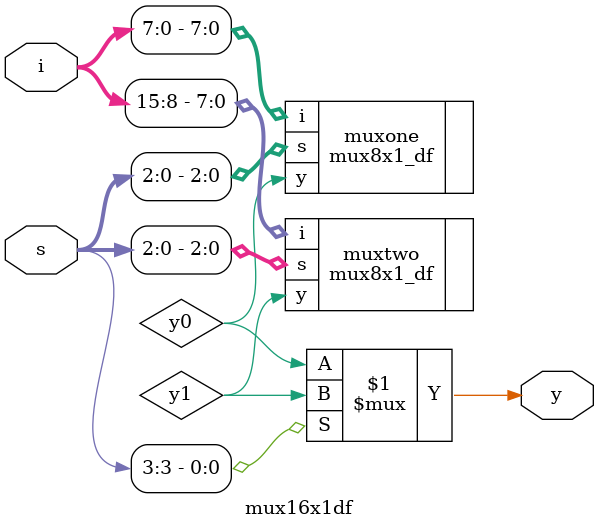
<source format=v>
module mux16x1df(i,s,y);
input [15:0]i;
input [3:0]s;
output wire y;
wire y0,y1,o1,o2;
mux8x1_df muxone(.i(i[7:0]),.s(s[2:0]),.y(y0));
mux8x1_df muxtwo(.i(i[15:8]),.s(s[2:0]),.y(y1));
assign y = s[3]? y1:y0;
endmodule

</source>
